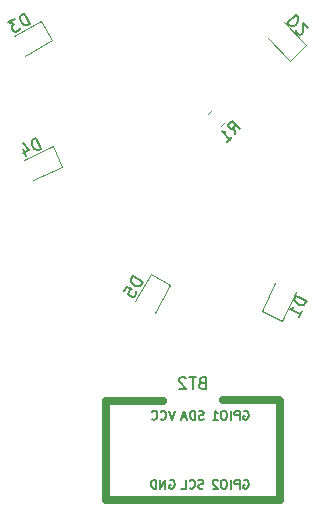
<source format=gbo>
%TF.GenerationSoftware,KiCad,Pcbnew,(6.0.10-0)*%
%TF.CreationDate,2023-05-24T21:28:30+02:00*%
%TF.ProjectId,SwiftLeeds,53776966-744c-4656-9564-732e6b696361,rev?*%
%TF.SameCoordinates,Original*%
%TF.FileFunction,Legend,Bot*%
%TF.FilePolarity,Positive*%
%FSLAX46Y46*%
G04 Gerber Fmt 4.6, Leading zero omitted, Abs format (unit mm)*
G04 Created by KiCad (PCBNEW (6.0.10-0)) date 2023-05-24 21:28:30*
%MOMM*%
%LPD*%
G01*
G04 APERTURE LIST*
G04 Aperture macros list*
%AMRoundRect*
0 Rectangle with rounded corners*
0 $1 Rounding radius*
0 $2 $3 $4 $5 $6 $7 $8 $9 X,Y pos of 4 corners*
0 Add a 4 corners polygon primitive as box body*
4,1,4,$2,$3,$4,$5,$6,$7,$8,$9,$2,$3,0*
0 Add four circle primitives for the rounded corners*
1,1,$1+$1,$2,$3*
1,1,$1+$1,$4,$5*
1,1,$1+$1,$6,$7*
1,1,$1+$1,$8,$9*
0 Add four rect primitives between the rounded corners*
20,1,$1+$1,$2,$3,$4,$5,0*
20,1,$1+$1,$4,$5,$6,$7,0*
20,1,$1+$1,$6,$7,$8,$9,0*
20,1,$1+$1,$8,$9,$2,$3,0*%
G04 Aperture macros list end*
%ADD10C,0.150000*%
%ADD11C,0.700000*%
%ADD12C,0.120000*%
%ADD13C,1.727200*%
%ADD14O,1.727200X1.727200*%
%ADD15R,1.727200X1.727200*%
%ADD16RoundRect,0.243750X-0.017031X0.516999X-0.439219X0.273249X0.017031X-0.516999X0.439219X-0.273249X0*%
%ADD17RoundRect,0.243750X0.028093X0.516516X-0.413732X0.310490X-0.028093X-0.516516X0.413732X-0.310490X0*%
%ADD18RoundRect,0.243750X0.310490X-0.413732X0.516516X0.028093X-0.310490X0.413732X-0.516516X-0.028093X0*%
%ADD19RoundRect,0.250000X0.132583X-0.503814X0.503814X-0.132583X-0.132583X0.503814X-0.503814X0.132583X0*%
%ADD20RoundRect,0.243750X0.494975X0.150260X0.150260X0.494975X-0.494975X-0.150260X-0.150260X-0.494975X0*%
%ADD21RoundRect,0.243750X-0.273249X0.439219X-0.516999X0.017031X0.273249X-0.439219X0.516999X-0.017031X0*%
G04 APERTURE END LIST*
D10*
%TO.C,BT2*%
X167785714Y-88428571D02*
X167642857Y-88476190D01*
X167595238Y-88523809D01*
X167547619Y-88619047D01*
X167547619Y-88761904D01*
X167595238Y-88857142D01*
X167642857Y-88904761D01*
X167738095Y-88952380D01*
X168119047Y-88952380D01*
X168119047Y-87952380D01*
X167785714Y-87952380D01*
X167690476Y-88000000D01*
X167642857Y-88047619D01*
X167595238Y-88142857D01*
X167595238Y-88238095D01*
X167642857Y-88333333D01*
X167690476Y-88380952D01*
X167785714Y-88428571D01*
X168119047Y-88428571D01*
X167261904Y-87952380D02*
X166690476Y-87952380D01*
X166976190Y-88952380D02*
X166976190Y-87952380D01*
X166404761Y-88047619D02*
X166357142Y-88000000D01*
X166261904Y-87952380D01*
X166023809Y-87952380D01*
X165928571Y-88000000D01*
X165880952Y-88047619D01*
X165833333Y-88142857D01*
X165833333Y-88238095D01*
X165880952Y-88380952D01*
X166452380Y-88952380D01*
X165833333Y-88952380D01*
X165460000Y-90795285D02*
X165210000Y-91545285D01*
X164960000Y-90795285D01*
X164281428Y-91473857D02*
X164317142Y-91509571D01*
X164424285Y-91545285D01*
X164495714Y-91545285D01*
X164602857Y-91509571D01*
X164674285Y-91438142D01*
X164710000Y-91366714D01*
X164745714Y-91223857D01*
X164745714Y-91116714D01*
X164710000Y-90973857D01*
X164674285Y-90902428D01*
X164602857Y-90831000D01*
X164495714Y-90795285D01*
X164424285Y-90795285D01*
X164317142Y-90831000D01*
X164281428Y-90866714D01*
X163531428Y-91473857D02*
X163567142Y-91509571D01*
X163674285Y-91545285D01*
X163745714Y-91545285D01*
X163852857Y-91509571D01*
X163924285Y-91438142D01*
X163960000Y-91366714D01*
X163995714Y-91223857D01*
X163995714Y-91116714D01*
X163960000Y-90973857D01*
X163924285Y-90902428D01*
X163852857Y-90831000D01*
X163745714Y-90795285D01*
X163674285Y-90795285D01*
X163567142Y-90831000D01*
X163531428Y-90866714D01*
X167910714Y-91509571D02*
X167803571Y-91545285D01*
X167625000Y-91545285D01*
X167553571Y-91509571D01*
X167517857Y-91473857D01*
X167482142Y-91402428D01*
X167482142Y-91331000D01*
X167517857Y-91259571D01*
X167553571Y-91223857D01*
X167625000Y-91188142D01*
X167767857Y-91152428D01*
X167839285Y-91116714D01*
X167875000Y-91081000D01*
X167910714Y-91009571D01*
X167910714Y-90938142D01*
X167875000Y-90866714D01*
X167839285Y-90831000D01*
X167767857Y-90795285D01*
X167589285Y-90795285D01*
X167482142Y-90831000D01*
X167160714Y-91545285D02*
X167160714Y-90795285D01*
X166982142Y-90795285D01*
X166875000Y-90831000D01*
X166803571Y-90902428D01*
X166767857Y-90973857D01*
X166732142Y-91116714D01*
X166732142Y-91223857D01*
X166767857Y-91366714D01*
X166803571Y-91438142D01*
X166875000Y-91509571D01*
X166982142Y-91545285D01*
X167160714Y-91545285D01*
X166446428Y-91331000D02*
X166089285Y-91331000D01*
X166517857Y-91545285D02*
X166267857Y-90795285D01*
X166017857Y-91545285D01*
X171307142Y-90831000D02*
X171378571Y-90795285D01*
X171485714Y-90795285D01*
X171592857Y-90831000D01*
X171664285Y-90902428D01*
X171700000Y-90973857D01*
X171735714Y-91116714D01*
X171735714Y-91223857D01*
X171700000Y-91366714D01*
X171664285Y-91438142D01*
X171592857Y-91509571D01*
X171485714Y-91545285D01*
X171414285Y-91545285D01*
X171307142Y-91509571D01*
X171271428Y-91473857D01*
X171271428Y-91223857D01*
X171414285Y-91223857D01*
X170950000Y-91545285D02*
X170950000Y-90795285D01*
X170664285Y-90795285D01*
X170592857Y-90831000D01*
X170557142Y-90866714D01*
X170521428Y-90938142D01*
X170521428Y-91045285D01*
X170557142Y-91116714D01*
X170592857Y-91152428D01*
X170664285Y-91188142D01*
X170950000Y-91188142D01*
X170200000Y-91545285D02*
X170200000Y-90795285D01*
X169700000Y-90795285D02*
X169557142Y-90795285D01*
X169485714Y-90831000D01*
X169414285Y-90902428D01*
X169378571Y-91045285D01*
X169378571Y-91295285D01*
X169414285Y-91438142D01*
X169485714Y-91509571D01*
X169557142Y-91545285D01*
X169700000Y-91545285D01*
X169771428Y-91509571D01*
X169842857Y-91438142D01*
X169878571Y-91295285D01*
X169878571Y-91045285D01*
X169842857Y-90902428D01*
X169771428Y-90831000D01*
X169700000Y-90795285D01*
X168664285Y-91545285D02*
X169092857Y-91545285D01*
X168878571Y-91545285D02*
X168878571Y-90795285D01*
X168950000Y-90902428D01*
X169021428Y-90973857D01*
X169092857Y-91009571D01*
X165031428Y-96673000D02*
X165102857Y-96637285D01*
X165210000Y-96637285D01*
X165317142Y-96673000D01*
X165388571Y-96744428D01*
X165424285Y-96815857D01*
X165460000Y-96958714D01*
X165460000Y-97065857D01*
X165424285Y-97208714D01*
X165388571Y-97280142D01*
X165317142Y-97351571D01*
X165210000Y-97387285D01*
X165138571Y-97387285D01*
X165031428Y-97351571D01*
X164995714Y-97315857D01*
X164995714Y-97065857D01*
X165138571Y-97065857D01*
X164674285Y-97387285D02*
X164674285Y-96637285D01*
X164245714Y-97387285D01*
X164245714Y-96637285D01*
X163888571Y-97387285D02*
X163888571Y-96637285D01*
X163710000Y-96637285D01*
X163602857Y-96673000D01*
X163531428Y-96744428D01*
X163495714Y-96815857D01*
X163460000Y-96958714D01*
X163460000Y-97065857D01*
X163495714Y-97208714D01*
X163531428Y-97280142D01*
X163602857Y-97351571D01*
X163710000Y-97387285D01*
X163888571Y-97387285D01*
X167892857Y-97351571D02*
X167785714Y-97387285D01*
X167607142Y-97387285D01*
X167535714Y-97351571D01*
X167500000Y-97315857D01*
X167464285Y-97244428D01*
X167464285Y-97173000D01*
X167500000Y-97101571D01*
X167535714Y-97065857D01*
X167607142Y-97030142D01*
X167750000Y-96994428D01*
X167821428Y-96958714D01*
X167857142Y-96923000D01*
X167892857Y-96851571D01*
X167892857Y-96780142D01*
X167857142Y-96708714D01*
X167821428Y-96673000D01*
X167750000Y-96637285D01*
X167571428Y-96637285D01*
X167464285Y-96673000D01*
X166714285Y-97315857D02*
X166750000Y-97351571D01*
X166857142Y-97387285D01*
X166928571Y-97387285D01*
X167035714Y-97351571D01*
X167107142Y-97280142D01*
X167142857Y-97208714D01*
X167178571Y-97065857D01*
X167178571Y-96958714D01*
X167142857Y-96815857D01*
X167107142Y-96744428D01*
X167035714Y-96673000D01*
X166928571Y-96637285D01*
X166857142Y-96637285D01*
X166750000Y-96673000D01*
X166714285Y-96708714D01*
X166035714Y-97387285D02*
X166392857Y-97387285D01*
X166392857Y-96637285D01*
X171307142Y-96673000D02*
X171378571Y-96637285D01*
X171485714Y-96637285D01*
X171592857Y-96673000D01*
X171664285Y-96744428D01*
X171700000Y-96815857D01*
X171735714Y-96958714D01*
X171735714Y-97065857D01*
X171700000Y-97208714D01*
X171664285Y-97280142D01*
X171592857Y-97351571D01*
X171485714Y-97387285D01*
X171414285Y-97387285D01*
X171307142Y-97351571D01*
X171271428Y-97315857D01*
X171271428Y-97065857D01*
X171414285Y-97065857D01*
X170950000Y-97387285D02*
X170950000Y-96637285D01*
X170664285Y-96637285D01*
X170592857Y-96673000D01*
X170557142Y-96708714D01*
X170521428Y-96780142D01*
X170521428Y-96887285D01*
X170557142Y-96958714D01*
X170592857Y-96994428D01*
X170664285Y-97030142D01*
X170950000Y-97030142D01*
X170200000Y-97387285D02*
X170200000Y-96637285D01*
X169700000Y-96637285D02*
X169557142Y-96637285D01*
X169485714Y-96673000D01*
X169414285Y-96744428D01*
X169378571Y-96887285D01*
X169378571Y-97137285D01*
X169414285Y-97280142D01*
X169485714Y-97351571D01*
X169557142Y-97387285D01*
X169700000Y-97387285D01*
X169771428Y-97351571D01*
X169842857Y-97280142D01*
X169878571Y-97137285D01*
X169878571Y-96887285D01*
X169842857Y-96744428D01*
X169771428Y-96673000D01*
X169700000Y-96637285D01*
X169092857Y-96708714D02*
X169057142Y-96673000D01*
X168985714Y-96637285D01*
X168807142Y-96637285D01*
X168735714Y-96673000D01*
X168700000Y-96708714D01*
X168664285Y-96780142D01*
X168664285Y-96851571D01*
X168700000Y-96958714D01*
X169128571Y-97387285D01*
X168664285Y-97387285D01*
%TO.C,D3*%
X153203649Y-58026446D02*
X152703649Y-57160421D01*
X152497453Y-57279468D01*
X152397544Y-57392136D01*
X152362685Y-57522234D01*
X152369064Y-57628522D01*
X152423063Y-57817289D01*
X152494492Y-57941007D01*
X152630969Y-58082155D01*
X152719828Y-58140824D01*
X152849925Y-58175683D01*
X152997453Y-58145494D01*
X153203649Y-58026446D01*
X151920102Y-57612802D02*
X151383991Y-57922326D01*
X151863143Y-58085573D01*
X151739425Y-58157002D01*
X151680756Y-58245860D01*
X151663326Y-58310909D01*
X151669706Y-58417197D01*
X151788753Y-58623394D01*
X151877612Y-58682063D01*
X151942661Y-58699493D01*
X152048949Y-58693113D01*
X152296384Y-58550256D01*
X152355054Y-58461397D01*
X152372483Y-58396349D01*
%TO.C,D4*%
X154162805Y-68602655D02*
X153740187Y-67696348D01*
X153524400Y-67796971D01*
X153415052Y-67900503D01*
X153368986Y-68027067D01*
X153366078Y-68133507D01*
X153403419Y-68326261D01*
X153463793Y-68455734D01*
X153587449Y-68608239D01*
X153670856Y-68674430D01*
X153797421Y-68720495D01*
X153947018Y-68703279D01*
X154162805Y-68602655D01*
X152586334Y-68602191D02*
X152868080Y-69206396D01*
X152641125Y-68156307D02*
X153158782Y-68703046D01*
X152597735Y-68964667D01*
%TO.C,D1*%
X176625669Y-81476185D02*
X175719362Y-81053567D01*
X175618738Y-81269355D01*
X175601522Y-81418952D01*
X175647587Y-81545516D01*
X175713778Y-81628923D01*
X175866283Y-81752580D01*
X175995756Y-81812954D01*
X176188510Y-81850295D01*
X176294950Y-81847387D01*
X176421514Y-81801321D01*
X176525046Y-81691973D01*
X176625669Y-81476185D01*
X175981680Y-82857226D02*
X176223176Y-82339336D01*
X176102428Y-82598281D02*
X175196120Y-82175663D01*
X175365842Y-82149722D01*
X175492406Y-82103656D01*
X175575813Y-82037466D01*
%TO.C,R1*%
X170604458Y-67368756D02*
X170503443Y-66796336D01*
X171008519Y-66964695D02*
X170301413Y-66257588D01*
X170032038Y-66526962D01*
X169998367Y-66627977D01*
X169998367Y-66695321D01*
X170032038Y-66796336D01*
X170133054Y-66897351D01*
X170234069Y-66931023D01*
X170301413Y-66931023D01*
X170402428Y-66897351D01*
X170671802Y-66627977D01*
X169931023Y-68042191D02*
X170335084Y-67638130D01*
X170133054Y-67840161D02*
X169425947Y-67133054D01*
X169594306Y-67166726D01*
X169728993Y-67166726D01*
X169830008Y-67133054D01*
%TO.C,D2*%
X175698387Y-57289018D02*
X174991280Y-57996124D01*
X175159639Y-58164483D01*
X175294326Y-58231827D01*
X175429013Y-58231827D01*
X175530028Y-58198155D01*
X175698387Y-58097140D01*
X175799402Y-57996124D01*
X175900418Y-57827766D01*
X175934089Y-57726750D01*
X175934089Y-57592063D01*
X175866746Y-57457376D01*
X175698387Y-57289018D01*
X175732059Y-58602216D02*
X175732059Y-58669560D01*
X175765730Y-58770575D01*
X175934089Y-58938934D01*
X176035105Y-58972605D01*
X176102448Y-58972605D01*
X176203463Y-58938934D01*
X176270807Y-58871590D01*
X176338150Y-58736903D01*
X176338150Y-57928781D01*
X176775883Y-58366514D01*
%TO.C,D5*%
X162754629Y-79921727D02*
X161888603Y-79421727D01*
X161769555Y-79627923D01*
X161739366Y-79775451D01*
X161774226Y-79905548D01*
X161832895Y-79994407D01*
X161974043Y-80130884D01*
X162097760Y-80202313D01*
X162286527Y-80256311D01*
X162392815Y-80262691D01*
X162522913Y-80227832D01*
X162635581Y-80127923D01*
X162754629Y-79921727D01*
X161150508Y-80700145D02*
X161388603Y-80287752D01*
X161824806Y-80484608D01*
X161759757Y-80502038D01*
X161670899Y-80560707D01*
X161551851Y-80766903D01*
X161545471Y-80873192D01*
X161562901Y-80938240D01*
X161621570Y-81027099D01*
X161827767Y-81146146D01*
X161934055Y-81152526D01*
X161999103Y-81135096D01*
X162087962Y-81076427D01*
X162207009Y-80870231D01*
X162213389Y-80763943D01*
X162195959Y-80698894D01*
D11*
%TO.C,BT2*%
X164460000Y-89936000D02*
X159634000Y-89936000D01*
X174279640Y-89885200D02*
X169540000Y-89885200D01*
X159634000Y-89936000D02*
X159634000Y-98318000D01*
X159634000Y-98318000D02*
X174366000Y-98318000D01*
X174366000Y-98318000D02*
X174366000Y-89936000D01*
D12*
%TO.C,D3*%
X151817225Y-59101279D02*
X154142503Y-57758779D01*
X154142503Y-57758779D02*
X155102503Y-59421547D01*
X155102503Y-59421547D02*
X152777225Y-60764047D01*
%TO.C,D4*%
X155121415Y-68417833D02*
X155932842Y-70157944D01*
X155932842Y-70157944D02*
X153499406Y-71292674D01*
X152687979Y-69552563D02*
X155121415Y-68417833D01*
%TO.C,D1*%
X175701007Y-80756029D02*
X174566277Y-83189465D01*
X174566277Y-83189465D02*
X172826166Y-82378038D01*
X172826166Y-82378038D02*
X173960896Y-79944602D01*
%TO.C,R1*%
X168319718Y-65640835D02*
X168640835Y-65319718D01*
X169359165Y-66680282D02*
X169680282Y-66359165D01*
%TO.C,D2*%
X174705408Y-57911609D02*
X176603989Y-59810190D01*
X175246344Y-61167835D02*
X173347763Y-59269254D01*
X176603989Y-59810190D02*
X175246344Y-61167835D01*
%TO.C,D5*%
X163433866Y-79220493D02*
X165096634Y-80180493D01*
X165096634Y-80180493D02*
X163754134Y-82505771D01*
X162091366Y-81545771D02*
X163433866Y-79220493D01*
%TD*%
%LPC*%
D13*
%TO.C,BT2*%
X169600000Y-92750000D03*
X169600000Y-95290000D03*
D14*
X167060000Y-92750000D03*
X167060000Y-95290000D03*
D15*
X164520000Y-92750000D03*
D13*
X164520000Y-95290000D03*
%TD*%
D16*
%TO.C,D3*%
X153975149Y-58963913D03*
X152351351Y-59901413D03*
%TD*%
D17*
%TO.C,D4*%
X153150336Y-70396205D03*
X154849664Y-69603795D03*
%TD*%
D18*
%TO.C,D1*%
X174012128Y-82106287D03*
X174804538Y-80406959D03*
%TD*%
D19*
%TO.C,R1*%
X169645235Y-65354765D03*
X168354765Y-66645235D03*
%TD*%
D20*
%TO.C,D2*%
X175396605Y-59960451D03*
X174070779Y-58634625D03*
%TD*%
D21*
%TO.C,D5*%
X163891500Y-80347847D03*
X162954000Y-81971645D03*
%TD*%
M02*

</source>
